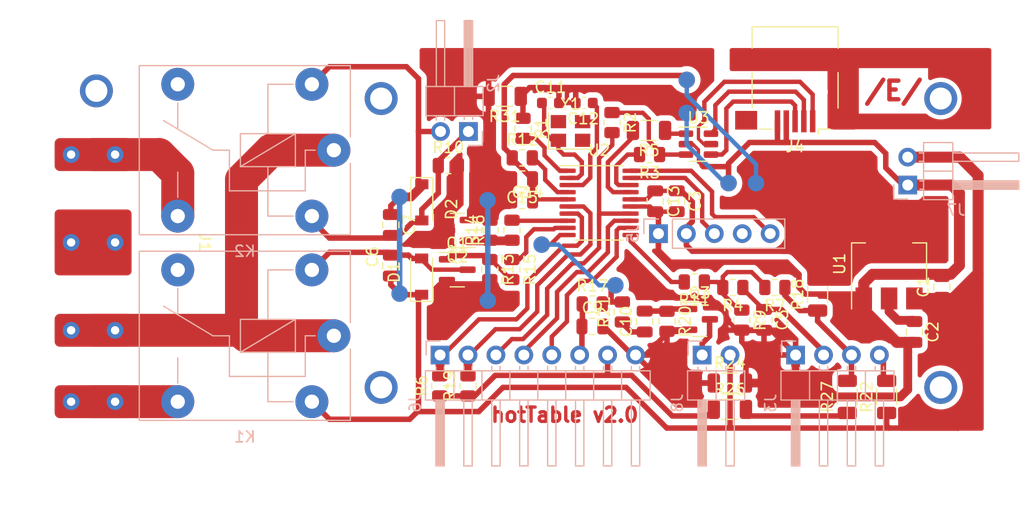
<source format=kicad_pcb>
(kicad_pcb (version 20211014) (generator pcbnew)
  (layers (0 "F.Cu" signal) (31 "B.Cu" signal) (34 "B.Paste" user) (35 "F.Paste" user) (36 "B.SilkS" user "B.Silkscreen") (37 "F.SilkS" user "F.Silkscreen") (38 "B.Mask" user) (39 "F.Mask" user) (44 "Edge.Cuts" user))
  (net 0 "")
  (net 1 "+12V")
  (net 2 "GNDD")
  (net 3 "+3V3")
  (net 4 "Net-(C5-Pad1)")
  (net 5 "Net-(C6-Pad2)")
  (net 6 "/FUN_EN_12V")
  (net 7 "/BUZZER")
  (net 8 "/LED_PROCESS")
  (net 9 "Net-(C10-Pad1)")
  (net 10 "Net-(C10-Pad2)")
  (net 11 "Net-(C11-Pad1)")
  (net 12 "Net-(C12-Pad1)")
  (net 13 "/220V_N")
  (net 14 "/220V_P")
  (net 15 "/HEATER_EN_220V")
  (net 16 "/FUN_EN_220V")
  (net 17 "/SWDIO")
  (net 18 "/RESET")
  (net 19 "/SWCLK")
  (net 20 "/OLED_SDA")
  (net 21 "/OLED_SCL")
  (net 24 "Net-(Q1-Pad1)")
  (net 25 "Net-(Q2-Pad1)")
  (net 26 "Net-(Q2-Pad3)")
  (net 27 "Net-(R1-Pad2)")
  (net 28 "/USB_DP")
  (net 29 "Net-(R11-Pad1)")
  (net 30 "/USB_DM")
  (net 31 "/T_CONTROL")
  (net 32 "/HEATER_EN")
  (net 33 "/FUN_EN")
  (net 34 "/LED_PROCESS{slash}BUZZER")
  (net 37 "Net-(R2-Pad1)")
  (net 38 "/USB_PUP{slash}ENC_ENTER")
  (net 39 "/USB_PUP{slash}BUTTON_ENTER{slash}ENC_ENTER")
  (net 40 "/BUTTON_UP_START{slash}ENC_UP")
  (net 41 "Net-(J4-Pad1)")
  (net 42 "Net-(J4-Pad2)")
  (net 43 "Net-(J4-Pad3)")
  (net 44 "Net-(R5-Pad1)")
  (net 46 "/BUTTON_DOWN_SELECT{slash}ENC_DOWN")
  (net 47 "GNDREF")
  (footprint "Resistor_SMD:R_0805_2012Metric" (layer "F.Cu") (at 148.3375 106.4)
    (fp_text reference "R12")
    (fp_text value "10k")
  )
  (footprint "Resistor_SMD:R_0805_2012Metric" (layer "F.Cu") (at 140.831402 127.159146 90)
    (fp_text reference "R6")
    (fp_text value "10k")
  )
  (footprint "Package_TO_SOT_SMD:SOT-23-6" (layer "F.Cu") (at 164.3625 105.15)
    (fp_text reference "U3")
    (fp_text value "USBLC6-2SC6")
  )
  (footprint "Resistor_SMD:R_0805_2012Metric" (layer "F.Cu") (at 145.4 112.9875 90)
    (fp_text reference "R14")
    (fp_text value "1k")
  )
  (footprint "Resistor_SMD:R_0805_2012Metric" (layer "F.Cu") (at 161.5 121.280082 -90)
    (fp_text reference "R20")
    (fp_text value "1k")
  )
  (footprint "Resistor_SMD:R_0805_2012Metric" (layer "F.Cu") (at 171.3125 118.2 180)
    (fp_text reference "R7")
    (fp_text value "10k")
  )
  (footprint "Capacitor_SMD:C_0805_2012Metric" (layer "F.Cu") (at 170.325 121.15 -90)
    (fp_text reference "C5")
    (fp_text value "100n")
  )
  (footprint "Resistor_SMD:R_0805_2012Metric" (layer "F.Cu") (at 143.4 127.160533 90)
    (fp_text reference "R19")
    (fp_text value "10k")
  )
  (footprint "Capacitor_SMD:C_0805_2012Metric" (layer "F.Cu") (at 148.321118 108.3288 180)
    (fp_text reference "C15")
    (fp_text value "1u")
  )
  (footprint "Resistor_SMD:R_0805_2012Metric" (layer "F.Cu") (at 163.9875 117.7 180)
    (fp_text reference "R11")
    (fp_text value "10k")
  )
  (footprint "Package_SO:TSSOP-20_4.4x6.5mm_P0.65mm" (layer "F.Cu") (at 155.325 110.5)
    (fp_text reference "U2")
    (fp_text value "STM32F070F6Px")
  )
  (footprint "Diode_SMD:D_SOD-123" (layer "F.Cu") (at 139.182821 117.207821 90)
    (fp_text reference "D1")
    (fp_text value "1N4448W")
  )
  (footprint "Package_TO_SOT_SMD:SOT-23" (layer "F.Cu") (at 142.439072 113.007821 180)
    (fp_text reference "Q2")
    (fp_text value "MMBT3904")
  )
  (footprint "Resistor_SMD:R_1206_3216Metric" (layer "F.Cu") (at 177.9 128.1625 90)
    (fp_text reference "R27")
    (fp_text value "0")
  )
  (footprint "Capacitor_SMD:C_0805_2012Metric" (layer "F.Cu") (at 160.425 110.35319 -90)
    (fp_text reference "C13")
    (fp_text value "4.7u")
  )
  (footprint "Capacitor_SMD:C_0805_2012Metric" (layer "F.Cu") (at 186.5 118.15 90)
    (fp_text reference "C1")
    (fp_text value "100n")
  )
  (footprint "Resistor_SMD:R_0805_2012Metric" (layer "F.Cu") (at 154.7 119.7)
    (fp_text reference "R17")
    (fp_text value "10k")
  )
  (footprint "Capacitor_SMD:C_0805_2012Metric" (layer "F.Cu") (at 136.382821 112.507821 -90)
    (fp_text reference "C7")
    (fp_text value "100n")
  )
  (footprint "Diode_SMD:D_SOD-123" (layer "F.Cu") (at 139.2 110.45 -90)
    (fp_text reference "D2")
    (fp_text value "1N4448W")
  )
  (footprint "Resistor_SMD:R_0805_2012Metric" (layer "F.Cu") (at 145.382821 116.570321 -90)
    (fp_text reference "R13")
    (fp_text value "1k")
  )
  (footprint "Resistor_SMD:R_0805_2012Metric" (layer "F.Cu") (at 168.30569 121.171483 -90)
    (fp_text reference "R9")
    (fp_text value "1k")
  )
  (footprint "Connector_USB:USB_Mini-B_Lumberg_2486_01_Horizontal" (layer "F.Cu") (at 173.15 100.375 180)
    (fp_text reference "J4")
    (fp_text value "USB_B_Mini")
  )
  (footprint "Resistor_SMD:R_0805_2012Metric" (layer "F.Cu") (at 147.382821 116.570321 -90)
    (fp_text reference "R15")
    (fp_text value "10k")
  )
  (footprint "Package_TO_SOT_SMD:SOT-223-3_TabPin2" (layer "F.Cu") (at 181.7 116.05 90)
    (fp_text reference "U1")
    (fp_text value "AMS1117-3.3")
  )
  (footprint "Capacitor_SMD:C_0805_2012Metric" (layer "F.Cu") (at 162.385743 110.35 -90)
    (fp_text reference "C3")
    (fp_text value "100n")
  )
  (footprint "Resistor_SMD:R_1206_3216Metric" (layer "F.Cu") (at 175.2 118.8375 90)
    (fp_text reference "R18")
    (fp_text value "0")
  )
  (footprint "Resistor_SMD:R_1206_3216Metric" (layer "F.Cu") (at 146.7375 100.8 180)
    (fp_text reference "R31")
    (fp_text value "0")
  )
  (footprint "Resistor_SMD:R_1206_3216Metric" (layer "F.Cu") (at 159.8625 103.9 180)
    (fp_text reference "R5")
    (fp_text value "10k")
  )
  (footprint "Crystal:Crystal_SMD_Abracon_ABM8G-4Pin_3.2x2.5mm" (layer "F.Cu") (at 152.725206 103.95)
    (fp_text reference "Y1")
    (fp_text value "Crystal_GND24")
  )
  (footprint "Capacitor_SMD:C_0805_2012Metric" (layer "F.Cu") (at 154.713478 121.748033)
    (fp_text reference "C9")
    (fp_text value "100n")
  )
  (footprint "Resistor_SMD:R_0805_2012Metric" (layer "F.Cu") (at 167.4875 118.2 180)
    (fp_text reference "R4")
    (fp_text value "10k")
  )
  (footprint "Capacitor_SMD:C_0805_2012Metric" (layer "F.Cu") (at 148.324605 110.288712 180)
    (fp_text reference "C14")
    (fp_text value "100n")
  )
  (footprint "Resistor_SMD:R_1206_3216Metric" (layer "F.Cu") (at 181.481018 128.1625 90)
    (fp_text reference "R22")
    (fp_text value "0")
  )
  (footprint "Package_TO_SOT_SMD:SOT-23" (layer "F.Cu") (at 164.4625 121.1)
    (fp_text reference "Q3")
    (fp_text value "MMBT3904")
  )
  (footprint "Resistor_SMD:R_0805_2012Metric" (layer "F.Cu") (at 156.5 103.1875 -90)
    (fp_text reference "R2")
    (fp_text value "10k")
  )
  (footprint "Capacitor_SMD:C_0805_2012Metric" (layer "F.Cu") (at 136.382821 116.207821 90)
    (fp_text reference "C6")
    (fp_text value "100n")
  )
  (footprint "Resistor_SMD:R_1206_3216Metric" (layer "F.Cu") (at 167.218518 129.3)
    (fp_text reference "R26")
    (fp_text value "0")
  )
  (footprint "Resistor_SMD:R_0805_2012Metric" (layer "F.Cu") (at 159.9125 106.1 180)
    (fp_text reference "R3")
    (fp_text value "10k")
  )
  (footprint "Resistor_SMD:R_0805_2012Metric" (layer "F.Cu") (at 148.4 103.7125 -90)
    (fp_text reference "R1")
    (fp_text value "10k")
  )
  (footprint "Resistor_SMD:R_1206_3216Metric" (layer "F.Cu") (at 167.218518 126.9)
    (fp_text reference "R24")
    (fp_text value "0")
  )
  (footprint "Capacitor_SMD:C_0805_2012Metric" (layer "F.Cu") (at 159.468208 121.3 90)
    (fp_text reference "C10")
    (fp_text value "100n")
  )
  (footprint "Capacitor_SMD:C_0805_2012Metric" (layer "F.Cu") (at 184 122.25 -90)
    (fp_text reference "C2")
    (fp_text value "100n")
  )
  (footprint "Capacitor_SMD:C_0603_1608Metric" (layer "F.Cu") (at 153.975 101.4 180)
    (fp_text reference "C12")
    (fp_text value "22p")
  )
  (footprint "myLibrary:my_4pin_220v_conn" (layer "F.Cu") (at 109.3 114.1 -90)
    (fp_text reference "J1")
    (fp_text value "HV_CONN")
  )
  (footprint "Resistor_SMD:R_0805_2012Metric" (layer "F.Cu") (at 157.441402 120.430776 90)
    (fp_text reference "R21")
    (fp_text value "10k")
  )
  (footprint "Resistor_SMD:R_0805_2012Metric" (layer "F.Cu") (at 147.4 112.9875 -90)
    (fp_text reference "R16")
    (fp_text value "10k")
  )
  (footprint "Package_TO_SOT_SMD:SOT-23" (layer "F.Cu") (at 142.420321 116.582821)
    (fp_text reference "Q1")
    (fp_text value "MMBT3904")
  )
  (footprint "Resistor_SMD:R_0805_2012Metric" (layer "F.Cu") (at 141.6125 107.1)
    (fp_text reference "R10")
    (fp_text value "1k")
  )
  (footprint "Capacitor_SMD:C_0603_1608Metric" (layer "F.Cu") (at 150.9 101.4)
    (fp_text reference "C11")
    (fp_text value "22p")
  )
  (footprint "Connector_PinHeader_2.54mm:PinHeader_1x02_P2.54mm_Horizontal" (layer "B.Cu") (at 143.44 104 90)
    (fp_text reference "J2")
    (fp_text value "FUN_12V_CONN")
  )
  (footprint "Connector_PinHeader_2.54mm:PinHeader_1x04_P2.54mm_Horizontal" (layer "B.Cu") (at 173.2 124.348033 -90)
    (fp_text reference "J3")
    (fp_text value "T_CONTROL_CONN")
  )
  (footprint "Connector_PinHeader_2.54mm:PinHeader_1x05_P2.54mm_Vertical" (layer "B.Cu") (at 160.725 113.3 -90)
    (fp_text reference "J5")
    (fp_text value "SWD_CONN")
  )
  (footprint "Connector_PinHeader_2.54mm:PinHeader_1x02_P2.54mm_Horizontal" (layer "B.Cu") (at 183.4 108.875)
    (fp_text reference "J7")
    (fp_text value "PSU_12V_CONN")
  )
  (footprint "Connector_PinHeader_2.54mm:PinHeader_1x02_P2.54mm_Horizontal" (layer "B.Cu") (at 164.7 124.348033 -90)
    (fp_text reference "J8")
    (fp_text value "BUZZER_CONN")
  )
  (footprint "Relay_THT:Relay_SPDT_Finder_36.11" (layer "B.Cu") (at 131.2 122.6 180)
    (fp_text reference "K1")
    (fp_text value "FINDER-36.11")
  )
  (footprint "Relay_THT:Relay_SPDT_Finder_36.11" (layer "B.Cu") (at 131.2 105.7 180)
    (fp_text reference "K2")
    (fp_text value "FINDER-36.11")
  )
  (footprint "Connector_PinHeader_2.54mm:PinHeader_1x08_P2.54mm_Horizontal" (layer "B.Cu") (at 140.86 124.348033 -90)
    (fp_text reference "J6")
    (fp_text value "HMI_CONN")
  )
  (gr_text "/E/" (at 182.1 100.3) (layer "F.Cu") (effects (font (size 1.7 1.7) (thickness 0.4))))
  (gr_text "hotTable v2.0" (at 152.2 129.8) (layer "F.Cu") (effects (font (size 1.3 1.3) (thickness 0.3))))
  (via (at 186.4 127.3) (size 3) (drill 2) (layers "F.Cu" "B.Cu") (net 0))
  (via (at 186.4 101) (size 3) (drill 2) (layers "F.Cu" "B.Cu") (net 0))
  (via (at 109.6 100.3) (size 3) (drill 2) (layers "F.Cu" "B.Cu") (net 0))
  (via (at 135.5 127.3) (size 3) (drill 2) (layers "F.Cu" "B.Cu") (net 0))
  (via (at 135.5 101) (size 3) (drill 2) (layers "F.Cu" "B.Cu") (net 0))
  (segment (start 189.8 108) (end 189.8 116.9) (width 1) (layer "F.Cu") (net 1))
  (segment (start 136.382821 111.557821) (end 136.382821 110.757821) (width 0.5) (layer "F.Cu") (net 1))
  (segment (start 139.182821 109) (end 138.225 109.957821) (width 0.8) (layer "F.Cu") (net 1))
  (segment (start 130.8 98.1) (end 129.2 99.7) (width 0.5) (layer "F.Cu") (net 1))
  (segment (start 181.181018 126.5) (end 181.481018 126.8) (width 0.5) (layer "F.Cu") (net 1))
  (segment (start 181.481018 130.781018) (end 181.7 131) (width 0.5) (layer "F.Cu") (net 1))
  (segment (start 181.481018 129.625) (end 181.481018 130.781018) (width 0.5) (layer "F.Cu") (net 1))
  (segment (start 189.8 129.2) (end 189.8 116.9) (width 0.5) (layer "F.Cu") (net 1))
  (segment (start 189.8 116.9) (end 187.5 119.2) (width 1) (layer "F.Cu") (net 1))
  (segment (start 138.1 130.2) (end 138.8 129.5) (width 0.5) (layer "F.Cu") (net 1))
  (segment (start 138.9 119.140642) (end 139.182821 118.857821) (width 0.5) (layer "F.Cu") (net 1))
  (segment (start 146.581018 127.3) (end 157.781018 127.3) (width 0.5) (layer "F.Cu") (net 1))
  (segment (start 181.181018 124.709051) (end 181.181018 126.5) (width 0.5) (layer "F.Cu") (net 1))
  (segment (start 138.8 129.5) (end 144.381018 129.5) (width 0.5) (layer "F.Cu") (net 1))
  (segment (start 137.8 98.1) (end 130.8 98.1) (width 0.5) (layer "F.Cu") (net 1))
  (segment (start 130.8 130.2) (end 138.1 130.2) (width 0.5) (layer "F.Cu") (net 1))
  (segment (start 140.9 104) (end 138.9 104) (width 0.5) (layer "F.Cu") (net 1))
  (segment (start 136.382821 117.157821) (end 136.382821 117.957821) (width 0.5) (layer "F.Cu") (net 1))
  (segment (start 138.9 108.717179) (end 138.9 104) (width 0.5) (layer "F.Cu") (net 1))
  (segment (start 138.9 104) (end 138.9 99.2) (width 0.5) (layer "F.Cu") (net 1))
  (segment (start 138.9 99.2) (end 137.8 98.1) (width 0.5) (layer "F.Cu") (net 1))
  (segment (start 157.781018 127.3) (end 161.481018 131) (width 0.5) (layer "F.Cu") (net 1))
  (segment (start 167.24 124.348033) (end 167.24 130.9) (width 0.5) (layer "F.Cu") (net 1))
  (segment (start 138.9 129.4) (end 138.9 119.140642) (width 0.5) (layer "F.Cu") (net 1))
  (segment (start 188 131) (end 189.8 129.2) (width 0.5) (layer "F.Cu") (net 1))
  (segment (start 136.382821 117.957821) (end 137.182821 118.757821) (width 0.5) (layer "F.Cu") (net 1))
  (segment (start 188.135 106.335) (end 189.8 108) (width 1) (layer "F.Cu") (net 1))
  (segment (start 183.4 106.335) (end 188.135 106.335) (width 1) (layer "F.Cu") (net 1))
  (segment (start 129.2 128.6) (end 130.8 130.2) (width 0.5) (layer "F.Cu") (net 1))
  (segment (start 187.5 119.2) (end 184 119.2) (width 1) (layer "F.Cu") (net 1))
  (segment (start 139.182821 109) (end 138.9 108.717179) (width 0.5) (layer "F.Cu") (net 1))
  (segment (start 138.8 129.5) (end 138.9 129.4) (width 0.5) (layer "F.Cu") (net 1))
  (segment (start 138.225 109.957821) (end 137.182821 109.957821) (width 0.8) (layer "F.Cu") (net 1))
  (segment (start 144.381018 129.5) (end 146.581018 127.3) (width 0.5) (layer "F.Cu") (net 1))
  (segment (start 161.481018 131) (end 188 131) (width 0.5) (layer "F.Cu") (net 1))
  (segment (start 136.382821 110.757821) (end 137.182821 109.957821) (width 0.5) (layer "F.Cu") (net 1))
  (segment (start 139.182821 118.857821) (end 137.282821 118.857821) (width 0.5) (layer "F.Cu") (net 1))
  (via (at 137.182821 109.957821) (size 1.5) (drill 0.01) (layers "F.Cu" "B.Cu") (net 1))
  (via (at 137.182821 118.757821) (size 1.5) (drill 0.01) (layers "F.Cu" "B.Cu") (net 1))
  (segment (start 137.182821 109.957821) (end 137.182821 118.757821) (width 0.5) (layer "B.Cu") (net 1))
  (segment (start 182.740359 128.159641) (end 173.959641 128.159641) (width 0.8) (layer "F.Cu") (net 2))
  (segment (start 147.371118 110.285225) (end 147.374605 110.288712) (width 0.5) (layer "F.Cu") (net 2))
  (segment (start 163.28718 101.48718) (end 161.8 100) (width 0.5) (layer "F.Cu") (net 2))
  (segment (start 164.8 107.2) (end 167.1 107.2) (width 0.5) (layer "F.Cu") (net 2))
  (segment (start 187.3 117) (end 188.1 116.2) (width 1) (layer "F.Cu") (net 2))
  (segment (start 164.361555 106.761555) (end 164.7 107.1) (width 0.3) (layer "F.Cu") (net 2))
  (segment (start 182.975 108.875) (end 181.4 107.3) (width 0.5) (layer "F.Cu") (net 2))
  (segment (start 183.4 127.5) (end 182.740359 128.159641) (width 0.8) (layer "F.Cu") (net 2))
  (segment (start 151.675 101.4) (end 152.4 101.4) (width 0.4) (layer "F.Cu") (net 2))
  (segment (start 172.4 115.9) (end 173.506932 117.006932) (width 0.5) (layer "F.Cu") (net 2))
  (segment (start 161.191967 126.9) (end 165.456018 126.9) (width 0.5) (layer "F.Cu") (net 2))
  (segment (start 143.376572 112.057821) (end 145.382821 112.057821) (width 0.5) (layer "F.Cu") (net 2))
  (segment (start 145.2 117.665642) (end 145.382821 117.482821) (width 0.5) (layer "F.Cu") (net 2))
  (segment (start 181.6 122.4) (end 182.4 123.2) (width 1) (layer "F.Cu") (net 2))
  (segment (start 168.821707 122.1) (end 171 122.1) (width 0.5) (layer "F.Cu") (net 2))
  (segment (start 167.844836 122.044836) (end 166.9 121.1) (width 0.4) (layer "F.Cu") (net 2))
  (segment (start 148.4 101) (end 148.2 100.8) (width 0.5) (layer "F.Cu") (net 2))
  (segment (start 166.9 120.5) (end 166.4 120) (width 0.4) (layer "F.Cu") (net 2))
  (segment (start 161.8 100) (end 149 100) (width 0.5) (layer "F.Cu") (net 2))
  (segment (start 147.0288 108.3288) (end 147.371118 108.3288) (width 0.5) (layer "F.Cu") (net 2))
  (segment (start 160.725 111.60319) (end 160.425 111.30319) (width 0.5) (layer "F.Cu") (net 2))
  (segment (start 184 123.2) (end 182.4 123.2) (width 1) (layer "F.Cu") (net 2))
  (segment (start 169 105) (end 167.1 106.9) (width 0.5) (layer "F.Cu") (net 2))
  (segment (start 180.2 117) (end 187.3 117) (width 1) (layer "F.Cu") (net 2))
  (segment (start 173.506932 118.206932) (end 174.1 118.8) (width 0.5) (layer "F.Cu") (net 2))
  (segment (start 183.4 108.875) (end 182.975 108.875) (width 0.5) (layer "F.Cu") (net 2))
  (segment (start 163.28718 102.31282) (end 163.28718 101.48718) (width 0.5) (layer "F.Cu") (net 2))
  (segment (start 147.374605 108.332287) (end 147.371118 108.3288) (width 0.4) (layer "F.Cu") (net 2))
  (segment (start 158.64 124.348033) (end 161.191967 126.9) (width 0.5) (layer "F.Cu") (net 2))
  (segment (start 160.725 113.3) (end 160.725 114.825) (width 0.5) (layer "F.Cu") (net 2))
  (segment (start 164.361555 105.661555) (end 164.361555 106.761555) (width 0.3) (layer "F.Cu") (net 2))
  (segment (start 173.2 126.7) (end 173.2 124.348033) (width 0.8) (layer "F.Cu") (net 2))
  (segment (start 160.725 113.3) (end 160.725 111.60319) (width 0.5) (layer "F.Cu") (net 2))
  (segment (start 141.382821 117.632821) (end 141.482821 117.532821) (width 0.5) (layer "F.Cu") (net 2))
  (segment (start 163.498365 122.058323) (end 161.634259 122.058323) (width 0.5) (layer "F.Cu") (net 2))
  (segment (start 145.2 119.4) (end 145.2 117.665642) (width 0.5) (layer "F.Cu") (net 2))
  (segment (start 173.2 124.3) (end 173.2 124.348033) (width 0.5) (layer "F.Cu") (net 2))
  (segment (start 147.343714 110.257821) (end 147.374605 110.288712) (width 0.5) (layer "F.Cu") (net 2))
  (segment (start 145.275 100.8) (end 145.275 106.575) (width 0.5) (layer "F.Cu") (net 2))
  (segment (start 145.4 112.075) (end 145.4 110.475) (width 0.5) (layer "F.Cu") (net 2))
  (segment (start 172.2 105) (end 171.7 105) (width 0.5) (layer "F.Cu") (net 2))
  (segment (start 165.3 120) (end 164.5 119.2) (width 0.4) (layer "F.Cu") (net 2))
  (segment (start 183.4 123.3) (end 183.4 127.5) (width 0.8) (layer "F.Cu") (net 2))
  (segment (start 152.4 101.4) (end 153.2 101.4) (width 0.4) (layer "F.Cu") (net 2))
  (segment (start 145.4 110.475) (end 145.182821 110.257821) (width 0.5) (layer "F.Cu") (net 2))
  (segment (start 158.350878 124.348033) (end 158.64 124.348033) (width 0.5) (layer "F.Cu") (net 2))
  (segment (start 187.375 108.875) (end 183.4 108.875) (width 1) (layer "F.Cu") (net 2))
  (segment (start 174.1 118.8) (end 179 118.8) (width 0.5) (layer "F.Cu") (net 2))
  (segment (start 173.2 127.4) (end 173.2 126.7) (width 0.8) (layer "F.Cu") (net 2))
  (segment (start 164.7 107.1) (end 164.8 107.2) (width 0.5) (layer "F.Cu") (net 2))
  (segment (start 148.4 102.8) (end 148.4 101) (width 0.5) (layer "F.Cu") (net 2))
  (segment (start 167.1 106.9) (end 167.1 107.2) (width 0.5) (layer "F.Cu") (net 2))
  (segment (start 161.5 122.192582) (end 161.5 122.4) (width 0.5) (layer "F.Cu") (net 2))
  (segment (start 163.225 105.15) (end 163.85 105.15) (width 0.3) (layer "F.Cu") (net 2))
  (segment (start 145.182821 110.257821) (end 147.343714 110.257821) (width 0.5) (layer "F.Cu") (net 2))
  (segment (start 173 126.9) (end 173.2 126.7) (width 0.8) (layer "F.Cu") (net 2))
  (segment (start 181.4 106) (end 180.4 105) (width 0.5) (layer "F.Cu") (net 2))
  (segment (start 161.5 122.4) (end 159.551967 124.348033) (width 0.5) (layer "F.Cu") (net 2))
  (segment (start 179.4 121.5) (end 180.3 122.4) (width 1) (layer "F.Cu") (net 2))
  (segment (start 161.8 115.9) (end 172.4 115.9) (width 0.5) (layer "F.Cu") (net 2))
  (segment (start 161.634259 122.058323) (end 161.5 122.192582) (width 0.5) (layer "F.Cu") (net 2))
  (segment (start 155.663478 121.748033) (end 155.750878 121.748033) (width 0.5) (layer "F.Cu") (net 2))
  (segment (start 172.35 103.075) (end 172.35 104.85) (width 0.5) (layer "F.Cu") (net 2))
  (segment (start 168.681018 126.9) (end 173 126.9) (width 0.8) (layer "F.Cu") (net 2))
  (segment (start 181.4 107.3) (end 181.4 106) (width 0.5) (layer "F.Cu") (net 2))
  (segment (start 159.94681 110.825) (end 160.425 111.30319) (width 0.4) (layer "F.Cu") (net 2))
  (segment (start 152.4 101.4) (end 152.4 100.1) (width 0.4) (layer "F.Cu") (net 2))
  (segment (start 179.4 119.2) (end 179.4 121.5) (width 1) (layer "F.Cu") (net 2))
  (segment (start 173.506932 117.006932) (end 173.506932 118.206932) (width 0.5) (layer "F.Cu") (net 2))
  (segment (start 167.1 107.2) (end 167.1 108.7) (width 0.5) (layer "F.Cu") (net 2))
  (segment (start 171 122.1) (end 173.2 124.3) (width 0.5) (layer "F.Cu") (net 2))
  (segment (start 145.275 106.575) (end 147.0288 108.3288) (width 0.5) (layer "F.Cu") (net 2))
  (segment (start 179 118.8) (end 179.4 119.2) (width 0.5) (layer "F.Cu") (net 2))
  (segment (start 141.882821 117.882821) (end 144.982821 117.882821) (width 0.5) (layer "F.Cu") (net 2))
  (segment (start 158.1875 110.825) (end 159.94681 110.825) (width 0.4) (layer "F.Cu") (net 2))
  (segment (start 149 100) (end 148.2 100.8) (width 0.5) (layer "F.Cu") (net 2))
  (segment (start 164.5 119.2) (end 163.2 119.2) (width 0.4) (layer "F.Cu") (net 2))
  (segment (start 179.4 119.2) (end 179.4 117.8) (width 1) (layer "F.Cu") (net 2))
  (segment (start 188.1 109.6) (end 187.375 108.875) (width 1) (layer "F.Cu") (net 2))
  (segment (start 179.4 117.8) (end 180.2 117) (width 1) (layer "F.Cu") (net 2))
  (segment (start 145.382821 112.057821) (end 145.4 112.075) (width 0.5) (layer "F.Cu") (net 2))
  (segment (start 171.55 104.85) (end 171.7 105) (width 0.5) (layer "F.Cu") (net 2))
  (segment (start 172.35 104.85) (end 172.2 105) (width 0.5) (layer "F.Cu") (net 2))
  (segment (start 163.85 105.15) (end 164.361555 105.661555) (width 0.3) (layer "F.Cu") (net 2))
  (segment (start 144.982821 117.882821) (end 145.382821 117.482821) (width 0.5) (layer "F.Cu") (net 2))
  (segment (start 183.2 123.1) (end 183.4 123.3) (width 0.8) (layer "F.Cu") (net 2))
  (segment (start 145.4 112.075) (end 145.4 111.740642) (width 0.4) (layer "F.Cu") (net 2))
  (segment (start 180.3 122.4) (end 181.6 122.4) (width 1) (layer "F.Cu") (net 2))
  (segment (start 141.532821 117.532821) (end 141.882821 117.882821) (width 0.5) (layer "F.Cu") (net 2))
  (segment (start 160.725 114.825) (end 161.8 115.9) (width 0.5) (layer "F.Cu") (net 2))
  (segment (start 171.7 105) (end 169 105) (width 0.5) (layer "F.Cu") (net 2))
  (segment (start 166.9 121.1) (end 166.9 120.5) (width 0.4) (layer "F.Cu") (net 2))
  (segment (start 188.1 116.2) (end 188.1 109.6) (width 1) (layer "F.Cu") (net 2))
  (segment (start 162.385743 111.3) (end 160.42819 111.3) (width 0.4) (layer "F.Cu") (net 2))
  (segment (start 147.371118 108.3288) (end 147.371118 110.285225) (width 0.5) (layer "F.Cu") (net 2))
  (segment (start 183.3 108.6) (end 183.4 108.5) (width 0.5) (layer "F.Cu") (net 2))
  (segment (start 141.482821 117.532821) (end 141.532821 117.532821) (width 0.5) (layer "F.Cu") (net 2))
  (segment (start 155.750878 121.748033) (end 158.350878 124.348033) (width 0.5) (layer "F.Cu") (net 2))
  (segment (start 166.4 120) (end 165.3 120) (width 0.4) (layer "F.Cu") (net 2))
  (segment (start 171.55 103.075) (end 171.55 104.85) (width 0.5) (layer "F.Cu") (net 2))
  (segment (start 173.959641 128.159641) (end 173.2 127.4) (width 0.8) (layer "F.Cu") (net 2))
  (segment (start 180.4 105) (end 172.2 105) (width 0.5) (layer "F.Cu") (net 2))
  (segment (start 155.663478 122.023454) (end 155.663478 121.748033) (width 0.5) (layer "F.Cu") (net 2))
  (via (at 145.182821 110.257821) (size 1.5) (drill 0.01) (layers "F.Cu" "B.Cu") (net 2))
  (via (at 145.2 119.4) (size 1.5) (drill 0.01) (layers "F.Cu" "B.Cu") (net 2))
  (via (at 163.28718 102.31282) (size 1.5) (drill 0.01) (layers "F.Cu" "B.Cu") (net 2))
  (via (at 167.1 108.7) (size 1.5) (drill 0.01) (layers "F.Cu" "B.Cu") (net 2))
  (segment (start 166.6 108.5) (end 163.28718 105.18718) (width 0.4) (layer "B.Cu") (net 2))
  (segment (start 145.2 119.4) (end 145.2 110.275) (width 0.5) (layer "B.Cu") (net 2))
  (segment (start 163.28718 105.18718) (end 163.28718 102.31282) (width 0.4) (layer "B.Cu") (net 2))
  (segment (start 145.2 110.275) (end 145.182821 110.257821) (width 0.5) (layer "B.Cu") (net 2))
  (segment (start 167.1 108.5) (end 166.6 108.5) (width 0.4) (layer "B.Cu") (net 2))
  (segment (start 162.382553 109.40319) (end 162.385743 109.4) (width 0.4) (layer "F.Cu") (net 3))
  (segment (start 143.4 128.073033) (end 144.007985 128.073033) (width 0.5) (layer "F.Cu") (net 3))
  (segment (start 145.781018 126.3) (end 145.881018 126.2) (width 0.5) (layer "F.Cu") (net 3))
  (segment (start 169.3 108.5) (end 169.6 108.5) (width 0.4) (layer "F.Cu") (net 3))
  (segment (start 172.225 118.2) (end 172.225 118.925) (width 0.5) (layer "F.Cu") (net 3))
  (segment (start 173.5 114.9) (end 163.8 114.9) (width 0.5) (layer "F.Cu") (net 3))
  (segment (start 180.275 112.9) (end 181.7 112.9) (width 0.5) (layer "F.Cu") (net 3))
  (segment (start 163.3 99.3) (end 163.066193 99.533807) (width 0.4) (layer "F.Cu") (net 3))
  (segment (start 146.7 99.7) (end 146.7 105.5) (width 0.5) (layer "F.Cu") (net 3))
  (segment (start 172.225 118.925) (end 173.6 120.3) (width 0.5) (layer "F.Cu") (net 3))
  (segment (start 183.895364 121.195364) (end 184 121.3) (width 0.8) (layer "F.Cu") (net 3))
  (segment (start 177.906018 129.9) (end 178.081018 129.725) (width 0.5) (layer "F.Cu") (net 3))
  (segment (start 159.65319 110.175) (end 160.425 109.40319) (width 0.4) (layer "F.Cu") (net 3))
  (segment (start 174.2 115.375) (end 173.725 114.9) (width 0.5) (layer "F.Cu") (net 3))
  (segment (start 165.156018 129.9) (end 165.756018 129.3) (width 0.5) (layer "F.Cu") (net 3))
  (segment (start 145.881018 126.2) (end 153.981018 126.2) (width 0.5) (layer "F.Cu") (net 3))
  (segment (start 162.385743 109.4) (end 162.625 109.4) (width 0.4) (layer "F.Cu") (net 3))
  (segment (start 149.274605 110.288712) (end 149.274605 110.400395) (width 0.4) (layer "F.Cu") (net 3))
  (segment (start 163.8 114.9) (end 163.265 114.365) (width 0.5) (layer "F.Cu") (net 3))
  (segment (start 147.425 106.4) (end 147.425 106.482682) (width 0.5) (layer "F.Cu") (net 3))
  (segment (start 168.681018 129.7) (end 168.881018 129.9) (width 0.5) (layer "F.Cu") (net 3))
  (segment (start 156.1 124.348033) (end 156.1 126.118982) (width 0.5) (layer "F.Cu") (net 3))
  (segment (start 181.7 119.2) (end 181.7 120.4) (width 0.8) (layer "F.Cu") (net 3))
  (segment (start 169.6 109.2) (end 173.4 113) (width 0.5) (layer "F.Cu") (net 3))
  (segment (start 175.2 117.375) (end 175.2 116.375) (width 0.5) (layer "F.Cu") (net 3))
  (segment (start 162.9 98.9) (end 147.5 98.9) (width 0.5) (layer "F.Cu") (net 3))
  (segment (start 168.881018 129.9) (end 177.906018 129.9) (width 0.5) (layer "F.Cu") (net 3))
  (segment (start 162.8 109.4) (end 162.385743 109.4) (width 0.5) (layer "F.Cu") (net 3))
  (segment (start 140.857981 128.073915) (end 143.399118 128.073915) (width 0.5) (layer "F.Cu") (net 3))
  (segment (start 147.2 106.4) (end 147.425 106.4) (width 0.4) (layer "F.Cu") (net 3))
  (segment (start 149.274605 108.332287) (end 149.271118 108.3288) (width 0.5) (layer "F.Cu") (net 3))
  (segment (start 163.3 99.3) (end 162.9 98.9) (width 0.5) (layer "F.Cu") (net 3))
  (segment (start 173.725 114.9) (end 173.5 114.9) (width 0.5) (layer "F.Cu") (net 3))
  (segment (start 163.8 112.2) (end 163.8 110.4) (width 0.5) (layer "F.Cu") (net 3))
  (segment (start 175.2 117.375) (end 179.675 112.9) (width 0.5) (layer "F.Cu") (net 3))
  (segment (start 161.981018 129.9) (end 165.156018 129.9) (width 0.5) (layer "F.Cu") (net 3))
  (segment (start 156.181018 126.2) (end 158.281018 126.2) (width 0.5) (layer "F.Cu") (net 3))
  (segment (start 163.265 112.735) (end 163.8 112.2) (width 0.5) (layer "F.Cu") (net 3))
  (segment (start 158.1875 110.175) (end 159.65319 110.175) (width 0.4) (layer "F.Cu") (net 3))
  (segment (start 152.4625 110.175) (end 149.588317 110.175) (width 0.4) (layer "F.Cu") (net 3))
  (segment (start 146.7 105.5) (end 147.425 106.225) (width 0.5) (layer "F.Cu") (net 3))
  (segment (start 144.007985 128.073033) (end 145.781018 126.3) (width 0.5) (layer "F.Cu") (net 3))
  (segment (start 173.4 114.8) (end 173.5 114.9) (width 0.5) (layer "F.Cu") (net 3))
  (segment (start 147.5 98.9) (end 146.7 99.7) (width 0.5) (layer "F.Cu") (net 3))
  (segment (start 149.388317 110.175) (end 149.274605 110.288712) (width 0.4) (layer "F.Cu") (net 3))
  (segment (start 160.425 109.40319) (end 162.382553 109.40319) (width 0.4) (layer "F.Cu") (net 3))
  (segment (start 149.271118 110.285225) (end 149.274605 110.288712) (width 0.4) (layer "F.Cu") (net 3))
  (segment (start 169.6 108.5) (end 169.6 109.2) (width 0.5) (layer "F.Cu") (net 3))
  (segment (start 182.495364 121.195364) (end 183.895364 121.195364) (width 0.8) (layer "F.Cu") (net 3))
  (segment (start 178.28 124.348033) (end 178.28 126.601018) (width 0.5) (layer "F.Cu") (net 3))
  (segment (start 163.265 113.3) (end 163.265 112.735) (width 0.5) (layer "F.Cu") (net 3))
  (segment (start 175.2 121.268033) (end 178.28 124.348033) (width 0.5) (layer "F.Cu") (net 3))
  (segment (start 143.399118 128.073915) (end 143.4 128.073033) (width 0.5) (layer "F.Cu") (net 3))
  (segment (start 149.274605 110.288712) (end 149.274605 108.332287) (width 0.5) (layer "F.Cu") (net 3))
  (segment (start 153.981018 126.2) (end 156.181018 126.2) (width 0.5) (layer "F.Cu") (net 3))
  (segment (start 179.675 112.9) (end 181.7 112.9) (width 0.5) (layer "F.Cu") (net 3))
  (segment (start 163.265 114.365) (end 163.265 113.3) (width 0.5) (layer "F.Cu") (net 3))
  (segment (start 173.6 120.3) (end 175.2 120.3) (width 0.5) (layer "F.Cu") (net 3))
  (segment (start 175.2 116.375) (end 174.2 115.375) (width 0.5) (layer "F.Cu") (net 3))
  (segment (start 147.425 106.225) (end 147.425 106.4) (width 0.5) (layer "F.Cu") (net 3))
  (segment (start 147.425 106.482682) (end 149.271118 108.3288) (width 0.5) (layer "F.Cu") (net 3))
  (segment (start 175.2 120.3) (end 175.2 121.268033) (width 0.5) (layer "F.Cu") (net 3))
  (segment (start 156.1 126.118982) (end 156.181018 126.2) (width 0.5) (layer "F.Cu") (net 3))
  (segment (start 173.4 113) (end 173.4 114.8) (width 0.5) (layer "F.Cu") (net 3))
  (segment (start 178.28 126.601018) (end 178.081018 126.8) (width 0.5) (layer "F.Cu") (net 3))
  (segment (start 158.281018 126.2) (end 161.981018 129.9) (width 0.5) (layer "F.Cu") (net 3))
  (segment (start 181.7 120.4) (end 182.495364 121.195364) (width 0.8) (layer "F.Cu") (net 3))
  (segment (start 163.8 110.4) (end 162.8 109.4) (width 0.5) (layer "F.Cu") (net 3))
  (via (at 169.6 108.7) (size 1.5) (drill 0.01) (layers "F.Cu" "B.Cu") (net 3))
  (via (at 163.3 99.3) (size 1.5) (drill 0.01) (layers "F.Cu" "B.Cu") (net 3))
  (segment (start 163.3 99.3) (end 163.3 100.7) (width 0.4) (layer "B.Cu") (net 3))
  (segment (start 169.6 107) (end 169.6 108.5) (width 0.4) (layer "B.Cu") (net 3))
  (segment (start 163.3 100.7) (end 169.6 107) (width 0.4) (layer "B.Cu") (net 3))
  (segment (start 168.4 118.313699) (end 168.4 118.2) (width 0.4) (layer "F.Cu") (net 4))
  (segment (start 175.74 124.348033) (end 175.74 124.04) (width 0.5) (layer "F.Cu") (net 4))
  (segment (start 171.9 120.2) (end 170.325 120.2) (width 0.5) (layer "F.Cu") (net 4))
  (segment (start 175.74 124.04) (end 171.9 120.2) (width 0.5) (layer "F.Cu") (net 4))
  (segment (start 170.286301 120.2) (end 168.4 118.313699) (width 0.4) (layer "F.Cu") (net 4))
  (segment (start 170.325 120.2) (end 170.286301 120.2) (width 0.4) (layer "F.Cu") (net 4))
  (segment (start 137.982821 115.257821) (end 136.382821 115.257821) (width 0.5) (layer "F.Cu") (net 5))
  (segment (start 140.105107 116.580107) (end 139.182821 115.657821) (width 0.4) (layer "F.Cu") (net 5))
  (segment (start 143.357821 116.582821) (end 143.355107 116.580107) (width 0.4) (layer "F.Cu") (net 5))
  (segment (start 130.8 115) (end 136.125 115) (width 0.5) (layer "F.Cu") (net 5))
  (segment (start 138.282821 115.557821) (end 137.982821 115.257821) (width 0.5) (layer "F.Cu") (net 5))
  (segment (start 143.355107 116.580107) (end 140.105107 116.580107) (width 0.4) (layer "F.Cu") (net 5))
  (segment (start 139.182821 115.557821) (end 138.282821 115.557821) (width 0.5) (layer "F.Cu") (net 5))
  (segment (start 129.2 116.6) (end 130.8 115) (width 0.5) (layer "F.Cu") (net 5))
  (segment (start 139.182821 115.657821) (end 139.182821 115.557821) (width 0.4) (layer "F.Cu") (net 5))
  (segment (start 136.125 115) (end 136.382821 115.257821) (width 0.5) (layer "F.Cu") (net 5))
  (segment (start 130.3 116.6) (end 129.2 116.6) (width 0.5) (layer "F.Cu") (net 5))
  (segment (start 140.7 109.6) (end 140.7 107.1) (width 0.5) (layer "F.Cu") (net 6))
  (segment (start 129.2 112.1) (end 129.2 111.7) (width 0.5) (layer "F.Cu") (net 6))
  (segment (start 136.382821 113.457821) (end 136.140642 113.7) (width 0.5) (layer "F.Cu") (net 6))
  (segment (start 140.7 106.7) (end 143.4 104) (width 0.5) (layer "F.Cu") (net 6))
  (segment (start 139.2 112.25) (end 139.2 111.1) (width 0.5) (layer "F.Cu") (net 6))
  (segment (start 136.382821 113.457821) (end 137.142179 113.457821) (width 0.5) (layer "F.Cu") (net 6))
  (segment (start 130.8 113.7) (end 129.2 112.1) (width 0.5) (layer "F.Cu") (net 6))
  (segment (start 137.142179 113.457821) (end 138.35 112.25) (width 0.5) (layer "F.Cu") (net 6))
  (segment (start 138.35 112.25) (end 139.2 112.25) (width 0.5) (layer "F.Cu") (net 6))
  (segment (start 143.4 104) (end 143.44 104) (width 0.5) (layer "F.Cu") (net 6))
  (segment (start 139.2 111.1) (end 140.7 109.6) (width 0.5) (layer "F.Cu") (net 6))
  (segment (start 130.2 112.3) (end 129.2 112.3) (width 0.5) (layer "F.Cu") (net 6))
  (segment (start 136.140642 113.7) (end 130.8 113.7) (width 0.5) (layer "F.Cu") (net 6))
  (segment (start 140.7 107.1) (end 140.7 106.7) (width 0.5) (layer "F.Cu") (net 6))
  (segment (start 165.373365 121.108323) (end 165.373365 122.626635) (width 0.5) (layer "F.Cu") (net 7))
  (segment (start 164.7 123.3) (end 164.7 124.348033) (width 0.5) (layer "F.Cu") (net 7))
  (segment (start 165.373365 122.626635) (end 164.7 123.3) (width 0.5) (layer "F.Cu") (net 7))
  (segment (start 153.763478 124.144555) (end 153.56 124.348033) (width 0.5) (layer "F.Cu") (net 8))
  (segment (start 153.763478 121.748033) (end 153.763478 124.144555) (width 0.5) (layer "F.Cu") (net 8))
  (segment (start 153.805044 121.706467) (end 153.763478 121.748033) (width 0.5) (layer "F.Cu") (net 8))
  (segment (start 153.805044 119.707468) (end 153.805044 121.706467) (width 0.5) (layer "F.Cu") (net 8))
  (segment (start 158.25 122.25) (end 159.468208 122.25) (width 0.5) (layer "F.Cu") (net 9))
  (segment (start 157.441402 121.441402) (end 158.25 122.25) (width 0.5) (layer "F.Cu") (net 9))
  (segment (start 157.441402 121.343276) (end 157.441402 121.441402) (width 0.5) (layer "F.Cu") (net 9))
  (segment (start 157.467418 121.448033) (end 157.388057 121.368672) (width 0.5) (layer "F.Cu") (net 9))
  (segment (start 157.497259 121.399133) (end 157.441402 121.343276) (width 0.5) (layer "F.Cu") (net 9))
  (segment (start 161.482418 120.35) (end 161.5 120.367582) (width 0.5) (layer "F.Cu") (net 10))
  (segment (start 161.709259 120.158323) (end 161.5 120.367582) (width 0.5) (layer "F.Cu") (net 10))
  (segment (start 163.498365 120.158323) (end 161.709259 120.158323) (width 0.5) (layer "F.Cu") (net 10))
  (segment (start 159.468208 120.35) (end 161.482418 120.35) (width 0.5) (layer "F.Cu") (net 10))
  (segment (start 153.754187 106.754187) (end 153.1 106.1) (width 0.4) (layer "F.Cu") (net 11))
  (segment (start 153.1 106.1) (end 152.1 106.1) (width 0.4) (layer "F.Cu") (net 11))
  (segment (start 150.325206 104.062603) (end 150.325206 101.789324) (width 0.4) (layer "F.Cu") (net 11))
  (segment (start 153.754187 107.870813) (end 153.754187 106.754187) (width 0.4) (layer "F.Cu") (net 11))
  (segment (start 151.325206 104.8) (end 151.062603 104.8) (width 0.4) (layer "F.Cu") (net 11))
  (segment (start 152.4625 108.225) (end 153.4 108.225) (width 0.4) (layer "F.Cu") (net 11))
  (segment (start 151.625206 105.625206) (end 151.625206 104.8) (width 0.4) (layer "F.Cu") (net 11))
  (segment (start 151.062603 104.8) (end 150.325206 104.062603) (width 0.4) (layer "F.Cu") (net 11))
  (segment (start 152.025206 105.2) (end 151.725206 105.2) (width 0.4) (layer "F.Cu") (net 11))
  (segment (start 153.4 108.225) (end 153.754187 107.870813) (width 0.4) (layer "F.Cu") (net 11))
  (segment (start 152.1 106.1) (end 151.625206 105.625206) (width 0.4) (layer "F.Cu") (net 11))
  (segment (start 155.125206 103.225206) (end 155.125206 101.775206) (width 0.4) (layer "F.Cu") (net 12))
  (segment (start 152.4625 108.875) (end 153.85 108.875) (width 0.4) (layer "F.Cu") (net 12))
  (segment (start 154.525 108.2) (end 154.525 106.1) (width 0.4) (layer "F.Cu") (net 12))
  (segment (start 155.125206 105.5) (end 155.125206 103.225206) (width 0.4) (layer "F.Cu") (net 12))
  (segment (start 153.825206 103.1) (end 155 103.1) (width 0.4) (layer "F.Cu") (net 12))
  (segment (start 153.85 108.875) (end 154.525 108.2) (width 0.4) (layer "F.Cu") (net 12))
  (segment (start 154.525 106.1) (end 155.125 105.5) (width 0.4) (layer "F.Cu") (net 12))
  (segment (start 155.125206 101.775206) (end 154.75 101.4) (width 0.4) (layer "F.Cu") (net 12))
  (segment (start 153.925206 103) (end 153.825206 103.1) (width 0.4) (layer "F.Cu") (net 12))
  (segment (start 155 103.1) (end 155.125206 103.225206) (width 0.4) (layer "F.Cu") (net 12))
  (segment (start 123.2 122.6) (end 131.2 122.6) (width 3) (layer "F.Cu") (net 14))
  (segment (start 109.3 122.1) (end 122.7 122.1) (width 3) (layer "F.Cu") (net 14))
  (segment (start 125.5 105.7) (end 131.2 105.7) (width 3) (layer "F.Cu") (net 14))
  (segment (start 122.7 122.1) (end 123.2 122.6) (width 3) (layer "F.Cu") (net 14))
  (segment (start 123.2 122.6) (end 122.8 122.2) (width 3) (layer "F.Cu") (net 14))
  (segment (start 122.8 108.4) (end 125.5 105.7) (width 3) (layer "F.Cu") (net 14))
  (segment (start 122.8 122.2) (end 122.8 108.4) (width 3) (layer "F.Cu") (net 14))
  (segment (start 117 128.6) (end 109.3 128.6) (width 3) (layer "F.Cu") (net 15))
  (segment (start 115.3 106.1) (end 117 107.8) (width 3) (layer "F.Cu") (net 16))
  (segment (start 109.3 106.1) (end 115.3 106.1) (width 3) (layer "F.Cu") (net 16))
  (segment (start 117 107.8) (end 117 111.7) (width 3) (layer "F.Cu") (net 16))
  (segment (start 164.7 112.195) (end 165.805 113.3) (width 0.4) (layer "F.Cu") (net 17))
  (segment (start 164.7 109.775) (end 164.7 112.195) (width 0.4) (layer "F.Cu") (net 17))
  (segment (start 158.1875 108.225) (end 163.15 108.225) (width 0.4) (layer "F.Cu") (net 17))
  (segment (start 163.15 108.225) (end 164.7 109.775) (width 0.4) (layer "F.Cu") (net 17))
  (segment (start 150.418249 108.393249) (end 150.418249 107.462602) (width 0.4) (layer "F.Cu") (net 18))
  (segment (start 151.55 109.525) (end 150.418249 108.393249) (width 0.4) (layer "F.Cu") (net 18))
  (segment (start 149.45 106.494353) (end 149.45 106.4) (width 0.4) (layer "F.Cu") (net 18))
  (segment (start 152.4625 109.525) (end 151.55 109.525) (width 0.4) (layer "F.Cu") (net 18))
  (segment (start 150.418249 107.462602) (end 149.45 106.494353) (width 0.4) (layer "F.Cu") (net 18))
  (segment (start 163.7 107.575) (end 165.6 109.475) (width 0.4) (layer "F.Cu") (net 19))
  (segment (start 165.9 111.8) (end 169.385 111.8) (width 0.4) (layer "F.Cu") (net 19))
  (segment (start 169.385 111.8) (end 170.885 113.3) (width 0.4) (layer "F.Cu") (net 19))
  (segment (start 165.6 109.475) (end 165.6 111.5) (width 0.4) (layer "F.Cu") (net 19))
  (segment (start 165.6 111.5) (end 165.9 111.8) (width 0.4) (layer "F.Cu") (net 19))
  (segment (start 158.1875 107.575) (end 163.7 107.575) (width 0.4) (layer "F.Cu") (net 19))
  (segment (start 153.75756 113.96744) (end 153.75756 111.83256) (width 0.4) (layer "F.Cu") (net 20))
  (segment (start 153.4 111.475) (end 152.4625 111.475) (width 0.4) (layer "F.Cu") (net 20))
  (segment (start 148.8 120.1) (end 148.8 117.7) (width 0.4) (layer "F.Cu") (net 20))
  (segment (start 147.8 121.1) (end 148.8 120.1) (width 0.4) (layer "F.Cu") (net 20))
  (segment (start 148.8 117.7) (end 152.1 114.4) (width 0.4) (layer "F.Cu") (net 20))
  (segment (start 153.325 114.4) (end 153.75756 113.96744) (width 0.4) (layer "F.Cu") (net 20))
  (segment (start 140.86 124.348033) (end 141.151967 124.348033) (width 0.4) (layer "F.Cu") (net 20))
  (segment (start 152.1 114.4) (end 153.325 114.4) (width 0.4) (layer "F.Cu") (net 20))
  (segment (start 144.4 121.1) (end 147.8 121.1) (width 0.4) (layer "F.Cu") (net 20))
  (segment (start 153.75756 111.83256) (end 153.4 111.475) (width 0.4) (layer "F.Cu") (net 20))
  (segment (start 141.151967 124.348033) (end 144.4 121.1) (width 0.4) (layer "F.Cu") (net 20))
  (segment (start 140.857981 126.248915) (end 140.857981 124.350052) (width 0.8) (layer "F.Cu") (net 20))
  (segment (start 154.535115 114.289885) (end 154.535115 111.454262) (width 0.4) (layer "F.Cu") (net 21))
  (segment (start 149.7 120.4) (end 149.7 118) (width 0.4) (layer "F.Cu") (net 21))
  (segment (start 153.625 115.2) (end 154.535115 114.289885) (width 0.4) (layer "F.Cu") (net 21))
  (segment (start 143.551967 124.348033) (end 145.9 122) (width 0.4) (layer "F.Cu") (net 21))
  (segment (start 143.4 124.348033) (end 143.551967 124.348033) (width 0.4) (layer "F.Cu") (net 21))
  (segment (start 143.4 126.248033) (end 143.4 124.348033) (width 0.8) (layer "F.Cu") (net 21))
  (segment (start 148.1 122) (end 149.7 120.4) (width 0.4) (layer "F.Cu") (net 21))
  (segment (start 153.905853 110.825) (end 152.4625 110.825) (width 0.4) (layer "F.Cu") (net 21))
  (segment (start 152.5 115.2) (end 153.625 115.2) (width 0.4) (layer "F.Cu") (net 21))
  (segment (start 145.9 122) (end 148.1 122) (width 0.4) (layer "F.Cu") (net 21))
  (segment (start 149.7 118) (end 152.5 115.2) (width 0.4) (layer "F.Cu") (net 21))
  (segment (start 154.535115 111.454262) (end 153.905853 110.825) (width 0.4) (layer "F.Cu") (net 21))
  (segment (start 145.382821 115.657821) (end 145.257821 115.657821) (width 0.5) (layer "F.Cu") (net 24))
  (segment (start 145.475023 115.657821) (end 147.300023 117.482821) (width 0.4) (layer "F.Cu") (net 24))
  (segment (start 144.9 115.3) (end 141.815642 115.3) (width 0.5) (layer "F.Cu") (net 24))
  (segment (start 141.815642 115.3) (end 141.482821 115.632821) (width 0.5) (layer "F.Cu") (net 24))
  (segment (start 147.300023 117.482821) (end 147.382821 117.482821) (width 0.4) (layer "F.Cu") (net 24))
  (segment (start 145.257821 115.657821) (end 144.9 115.3) (width 0.5) (layer "F.Cu") (net 24))
  (segment (start 145.382821 115.657821) (end 145.475023 115.657821) (width 0.4) (layer "F.Cu") (net 24))
  (segment (start 145.342179 113.957821) (end 145.4 113.9) (width 0.5) (layer "F.Cu") (net 25))
  (segment (start 143.376572 113.957821) (end 147.342179 113.957821) (width 0.8) (layer "F.Cu") (net 25))
  (segment (start 147.342179 113.957821) (end 147.4 113.9) (width 0.8) (layer "F.Cu") (net 25))
  (segment (start 142.8 110.6) (end 142.8 107.375) (width 0.4) (layer "F.Cu") (net 26))
  (segment (start 141.501572 111.898428) (end 142.8 110.6) (width 0.4) (layer "F.Cu") (net 26))
  (segment (start 141.501572 113.007821) (end 141.501572 111.898428) (width 0.4) (layer "F.Cu") (net 26))
  (segment (start 142.8 107.375) (end 142.525 107.1) (width 0.4) (layer "F.Cu") (net 26))
  (segment (start 150.364398 105.455839) (end 149.533559 104.625) (width 0.4) (layer "F.Cu") (net 27))
  (segment (start 150.364398 106.183621) (end 150.364398 105.455839) (width 0.4) (layer "F.Cu") (net 27))
  (segment (start 152.4625 107.575) (end 151.755777 107.575) (width 0.4) (layer "F.Cu") (net 27))
  (segment (start 151.755777 107.575) (end 150.364398 106.183621) (width 0.4) (layer "F.Cu") (net 27))
  (segment (start 149.533559 104.625) (end 148.4 104.625) (width 0.4) (layer "F.Cu") (net 27))
  (segment (start 156.887583 108.662583) (end 156.887583 107.137919) (width 0.4) (layer "F.Cu") (net 28))
  (segment (start 157.925502 106.1) (end 158 106.1) (width 0.4) (layer "F.Cu") (net 28))
  (segment (start 158.1875 108.875) (end 157.1 108.875) (width 0.4) (layer "F.Cu") (net 28))
  (segment (start 159 106.1) (end 158.025 106.1) (width 0.4) (layer "F.Cu") (net 28))
  (segment (start 156.887583 107.137919) (end 157.925502 106.1) (width 0.4) (layer "F.Cu") (net 28))
  (segment (start 157.1 108.875) (end 156.887583 108.662583) (width 0.4) (layer "F.Cu") (net 28))
  (segment (start 166.575 117.225) (end 166.575 118.2) (width 0.4) (layer "F.Cu") (net 29))
  (segment (start 166.075 117.7) (end 166.575 118.2) (width 0.4) (layer "F.Cu") (net 29))
  (segment (start 170.4 118) (end 169.2 116.8) (width 0.4) (layer "F.Cu") (net 29))
  (segment (start 168.058983 120.258983) (end 166.575 118.775) (width 0.4) (layer "F.Cu") (net 29))
  (segment (start 168.30569 120.258983) (end 168.058983 120.258983) (width 0.4) (layer "F.Cu") (net 29))
  (segment (start 166.575 118.775) (end 166.575 118.2) (width 0.4) (layer "F.Cu") (net 29))
  (segment (start 167 116.8) (end 166.575 117.225) (width 0.4) (layer "F.Cu") (net 29))
  (segment (start 169.2 116.8) (end 167 116.8) (width 0.4) (layer "F.Cu") (net 29))
  (segment (start 170.4 118.2) (end 170.4 118) (width 0.4) (layer "F.Cu") (net 29))
  (segment (start 164.9 117.7) (end 166.075 117.7) (width 0.4) (layer "F.Cu") (net 29))
  (segment (start 156.604355 109.525) (end 158.1875 109.525) (width 0.4) (layer "F.Cu") (net 30))
  (segment (start 158.375 104.539807) (end 156.125 106.789807) (width 0.4) (layer "F.Cu") (net 30))
  (segment (start 158.375 103.9) (end 158.375 104.539807) (width 0.4) (layer "F.Cu") (net 30))
  (segment (start 156.125 109.045645) (end 156.604355 109.525) (width 0.4) (layer "F.Cu") (net 30))
  (segment (start 156.125 106.789807) (end 156.125 109.045645) (width 0.4) (layer "F.Cu") (net 30))
  (segment (start 158.1875 113.425) (end 158.1875 113.9875) (width 0.4) (layer "F.Cu") (net 31))
  (segment (start 161.9 117.7) (end 163.075 117.7) (width 0.4) (layer "F.Cu") (net 31))
  (segment (start 158.1875 113.9875) (end 161.9 117.7) (width 0.4) (layer "F.Cu") (net 31))
  (segment (start 148.7 113.6) (end 149.4 112.9) (width 0.4) (layer "F.Cu") (net 32))
  (segment (start 152.4625 112.775) (end 151.325 112.775) (width 0.4) (layer "F.Cu") (net 32))
  (segment (start 148.042179 115.657821) (end 148.7 115) (width 0.4) (layer "F.Cu") (net 32))
  (segment (start 151.2 112.9) (end 149.4 112.9) (width 0.4) (layer "F.Cu") (net 32))
  (segment (start 148.7 115) (end 148.7 113.6) (width 0.4) (layer "F.Cu") (net 32))
  (segment (start 147.382821 115.657821) (end 148.042179 115.657821) (width 0.4) (layer "F.Cu") (net 32))
  (segment (start 151.325 112.775) (end 151.2 112.9) (width 0.4) (layer "F.Cu") (net 32))
  (segment (start 152.4625 112.125) (end 147.45 112.125) (width 0.4) (layer "F.Cu") (net 33))
  (segment (start 147.45 112.125) (end 147.4 112.075) (width 0.4) (layer "F.Cu") (net 33))
  (segment (start 150.1 114.3) (end 150.9 114.3) (width 0.4) (layer "F.Cu") (net 34))
  (segment (start 157.441402 119.518276) (end 157.441402 119.219688) (width 0.4) (layer "F.Cu") (net 34))
  (segment (start 155.819236 119.518276) (end 155.630044 119.707468) (width 0.5) (layer "F.Cu") (net 34))
  (segment (start 156.8 118) (end 156.418276 118.381724) (width 0.5) (layer "F.Cu") (net 34))
  (segment (start 157.441402 119.518276) (end 157.550799 119.518276) (width 0.4) (layer "F.Cu") (net 34))
  (segment (start 156.418276 118.381724) (end 156.418276 119.518276) (width 0.5) (layer "F.Cu") (net 34))
  (segment (start 157.550799 119.518276) (end 157.869075 119.2) (width 0.4) (layer "F.Cu") (net 34))
  (segment (start 150.9 114.3) (end 151.775 113.425) (width 0.4) (layer "F.Cu") (net 34))
  (segment (start 151.775 113.425) (end 152.4625 113.425) (width 0.4) (layer "F.Cu") (net 34))
  (segment (start 157.441402 119.518276) (end 156.418276 119.518276) (width 0.5) (layer "F.Cu") (net 34))
  (segment (start 156.418276 119.518276) (end 155.819236 119.518276) (width 0.5) (layer "F.Cu") (net 34))
  (via (at 156.8 118) (size 1.5) (drill 0.01) (layers "F.Cu" "B.Cu") (net 34))
  (via (at 150.1 114.3) (size 1.5) (drill 0.01) (layers "F.Cu" "B.Cu") (net 34))
  (segment (start 155.325 118) (end 156.8 118) (width 0.4) (layer "B.Cu") (net 34))
  (segment (start 150.1 114.3) (end 151.625 114.3) (width 0.4) (layer "B.Cu") (net 34))
  (segment (start 151.625 114.3) (end 155.325 118) (width 0.4) (layer "B.Cu") (net 34))
  (segment (start 160.825 106.1) (end 160.825 105.825) (width 0.4) (layer "F.Cu") (net 37))
  (segment (start 163.425 106.1) (end 160.825 106.1) (width 0.4) (layer "F.Cu") (net 37))
  (segment (start 156.528402 102.3) (end 156.527749 102.300653) (width 0.4) (layer "F.Cu") (net 37))
  (segment (start 160.825 105.825) (end 159.844573 104.844573) (width 0.4) (layer "F.Cu") (net 37))
  (segment (start 159.3 102.3) (end 156.528402 102.3) (width 0.4) (layer "F.Cu") (net 37))
  (segment (start 159.844573 104.844573) (end 159.844573 102.844573) (width 0.4) (layer "F.Cu") (net 37))
  (segment (start 159.844573 102.844573) (end 159.3 102.3) (width 0.4) (layer "F.Cu") (net 37))
  (segment (start 152.9 116) (end 153.925 116) (width 0.4) (layer "F.Cu") (net 39))
  (segment (start 156.527749 104.125653) (end 156.527749 105.236348) (width 0.4) (layer "F.Cu") (net 39))
  (segment (start 150.6 120.7) (end 150.6 118.3) (width 0.4) (layer "F.Cu") (net 39))
  (segment (start 156.527749 105.236348) (end 155.325 106.439097) (width 0.4) (layer "F.Cu") (net 39))
  (segment (start 148.4 122.9) (end 150.6 120.7) (width 0.4) (layer "F.Cu") (net 39))
  (segment (start 145.94 124.348033) (end 147.388033 122.9) (width 0.4) (layer "F.Cu") (net 39))
  (segment (start 153.925 116) (end 155.325 114.6) (width 0.4) (layer "F.Cu") (net 39))
  (segment (start 150.6 118.3) (end 152.9 116) (width 0.4) (layer "F.Cu") (net 39))
  (segment (start 147.388033 122.9) (end 148.4 122.9) (width 0.4) (layer "F.Cu") (net 39))
  (segment (start 155.325 114.6) (end 155.325 111.5) (width 0.4) (layer "F.Cu") (net 39))
  (segment (start 155.35 111.475) (end 158.1875 111.475) (width 0.4) (layer "F.Cu") (net 39))
  (segment (start 155.325 111.5) (end 155.35 111.475) (width 0.4) (layer "F.Cu") (net 39))
  (segment (start 155.325 106.439097) (end 155.325 112.5) (width 0.4) (layer "F.Cu") (net 39))
  (segment (start 148.48 124.02) (end 151.5 121) (width 0.4) (layer "F.Cu") (net 40))
  (segment (start 154.325 116.8) (end 156.125 115) (width 0.4) (layer "F.Cu") (net 40))
  (segment (start 156.125 115) (end 156.125 112.711424) (width 0.4) (layer "F.Cu") (net 40))
  (segment (start 151.5 121) (end 151.5 118.6) (width 0.4) (layer "F.Cu") (net 40))
  (segment (start 153.3 116.8) (end 154.325 116.8) (width 0.4) (layer "F.Cu") (net 40))
  (segment (start 156.125 112.711424) (end 156.711424 112.125) (width 0.4) (layer "F.Cu") (net 40))
  (segment (start 156.711424 112.125) (end 158.1875 112.125) (width 0.4) (layer "F.Cu") (net 40))
  (segment (start 148.48 124.348033) (end 148.48 124.02) (width 0.4) (layer "F.Cu") (net 40))
  (segment (start 151.5 118.6) (end 153.3 116.8) (width 0.4) (layer "F.Cu") (net 40))
  (segment (start 164.364098 104.664098) (end 164.364098 103.535902) (width 0.3) (layer "F.Cu") (net 41))
  (segment (start 165.5 105.15) (end 164.85 105.15) (width 0.3) (layer "F.Cu") (net 41))
  (segment (start 166.725 99.475) (end 164.9 101.3) (width 0.4) (layer "F.Cu") (net 41))
  (segment (start 174.75 103.075) (end 174.75 100.625) (width 0.4) (layer "F.Cu") (net 41))
  (segment (start 164.85 105.15) (end 164.364098 104.664098) (width 0.3) (layer "F.Cu") (net 41))
  (segment (start 164.364098 103.535902) (end 164.7 103.2) (width 0.3) (layer "F.Cu") (net 41))
  (segment (start 164.9 101.3) (end 164.9 103) (width 0.4) (layer "F.Cu") (net 41))
  (segment (start 164.9 103) (end 164.7 103.2) (width 0.4) (layer "F.Cu") (net 41))
  (segment (start 173.6 99.475) (end 166.725 99.475) (width 0.4) (layer "F.Cu") (net 41))
  (segment (start 174.75 100.625) (end 173.6 99.475) (width 0.4) (layer "F.Cu") (net 41))
  (segment (start 165.9 103.8) (end 165.5 104.2) (width 0.4) (layer "F.Cu") (net 42))
  (segment (start 167.125 100.375) (end 165.9 101.6) (width 0.4) (layer "F.Cu") (net 42))
  (segment (start 165.9 101.6) (end 165.9 103.8) (width 0.4) (layer "F.Cu") (net 42))
  (segment (start 173.95 103.075) (end 173.95 101.125) (width 0.4) (layer "F.Cu") (net 42))
  (segment (start 173.95 101.125) (end 173.2 100.375) (width 0.4) (layer "F.Cu") (net 42))
  (segment (start 173.2 100.375) (end 167.125 100.375) (width 0.4) (layer "F.Cu") (net 42))
  (segment (start 167.525 101.275) (end 166.9 101.9) (width 0.4) (layer "F.Cu") (net 43))
  (segment (start 173.15 103.075) (end 173.15 101.625) (width 0.4) (layer "F.Cu") (net 43))
  (segment (start 166.9 101.9) (end 166.9 105.7) (width 0.4) (layer "F.Cu") (net 43))
  (segment (start 166.9 105.7) (end 166.5 106.1) (width 0.4) (layer "F.Cu") (net 43))
  (segment (start 166.5 106.1) (end 165.5 106.1) (width 0.4) (layer "F.Cu") (net 43))
  (segment (start 173.15 101.625) (end 172.8 101.275) (width 0.4) (layer "F.Cu") (net 43))
  (segment (start 172.8 101.275) (end 167.525 101.275) (width 0.4) (layer "F.Cu") (net 43))
  (segment (start 161.6 104.2) (end 161.3 103.9) (width 0.4) (layer "F.Cu") (net 44))
  (segment (start 163.425 104.2) (end 161.6 104.2) (width 0.4) (layer "F.Cu") (net 44))
  (segment (start 156.925 115.4) (end 156.925 113) (width 0.4) (layer "F.Cu") (net 46))
  (segment (start 152.4 121.3) (end 152.4 118.9) (width 0.4) (layer "F.Cu") (net 46))
  (segment (start 154.725 117.6) (end 156.925 115.4) (width 0.4) (layer "F.Cu") (net 46))
  (segment (start 156.925 113) (end 157.15 112.775) (width 0.4) (layer "F.Cu") (net 46))
  (segment (start 152.4 118.9) (end 153.7 117.6) (width 0.4) (layer "F.Cu") (net 46))
  (segment (start 157.15 112.775) (end 158.1875 112.775) (width 0.4) (layer "F.Cu") (net 46))
  (segment (start 151.02 124.348033) (end 151.02 122.68) (width 0.4) (layer "F.Cu") (net 46))
  (segment (start 153.7 117.6) (end 154.725 117.6) (width 0.4) (layer "F.Cu") (net 46))
  (segment (start 151.02 122.68) (end 152.4 121.3) (width 0.4) (layer "F.Cu") (net 46))
  (zone (net 2) (net_name "GNDD") (layer "F.Cu") (connect_pads yes (clearance 0.5)) (min_thickness 0.4) (fill yes (thermal_gap 0.508) (thermal_bridge_width 0.508))
    (polygon (pts (xy 148.8 120.2) (xy 147.8 121.1) (xy 144.4 121.2) (xy 140.9 124.3) (xy 139 124.3) (xy 139 119.4) (xy 140.7 117.7) (xy 148.8 117.7)))
  )
  (zone (net 2) (net_name "GNDD") (layer "F.Cu") (connect_pads (clearance 0.5)) (min_thickness 0.4) (fill yes (thermal_gap 0.508) (thermal_bridge_width 0.508))
    (polygon (pts (xy 160.8 114.8) (xy 161.8 115.8) (xy 172.3 115.8) (xy 173.4 116.9) (xy 173.4 117.5) (xy 170 117.5) (xy 169.2 116.7) (xy 166.4 117.5) (xy 166.4 118.5) (xy 168.1 120.2) (xy 171.9 120.2) (xy 175.6 123.8) (xy 178.2 123.8) (xy 178.1 126.5) (xy 177.1 126.5) (xy 177.1 129.9) (xy 162 129.8) (xy 158.4 126.3) (xy 158.4 124.3) (xy 155.6 121.4) (xy 157.5 121.4) (xy 158.1 122.1) (xy 164.2 122.1) (xy 164.2 120) (xy 156.9 119.9) (xy 156.9 113.6) (xy 160.8 113.6)))
  )
  (zone (net 3) (net_name "+3V3") (layer "F.Cu") (connect_pads yes (clearance 0.5)) (min_thickness 0.4) (fill yes (thermal_gap 0.508) (thermal_bridge_width 0.508))
    (polygon (pts (xy 181.3 105.9) (xy 181.4 107.4) (xy 183.4 109) (xy 187.3 108.8) (xy 188.1 109.5) (xy 188.1 115.9) (xy 187.3 116.9) (xy 180.2 116.9) (xy 179.4 117.7) (xy 179.4 118.8) (xy 174.1 118.8) (xy 173.6 118.2) (xy 173.6 116.9) (xy 171.8 115.1) (xy 170.8 115.1) (xy 170.8 113.2) (xy 169.4 111.8) (xy 165.9 111.8) (xy 165.6 111.5) (xy 165.6 109.6) (xy 163.8 107.7) (xy 163.8 107.1) (xy 167 107.1) (xy 168.9 105) (xy 180.4 104.9)))
  )
  (zone (net 2) (net_name "GNDD") (layer "F.Cu") (connect_pads (clearance 0.5)) (min_thickness 0.4) (fill yes (thermal_gap 0.508) (thermal_bridge_width 0.508))
    (polygon (pts (xy 165.8 103) (xy 162.4 103) (xy 162.4 99.1) (xy 162.4 99) (xy 147.5 99) (xy 146.7 99.8) (xy 146.7 103.3) (xy 139 103.3) (xy 139 96.4) (xy 165.8 96.4)))
  )
  (zone (net 2) (net_name "GNDD") (layer "F.Cu") (connect_pads yes (clearance 0.5)) (min_thickness 0.4) (fill yes (thermal_gap 0.508) (thermal_bridge_width 0.508))
    (polygon (pts (xy 179.5 119.6) (xy 183.2 123.3) (xy 177.2 123.3) (xy 175.2 121.3) (xy 175.2 118.8375) (xy 179.5 118.8)))
  )
  (zone (net 26) (net_name "Net-(Q2-Pad3)") (layer "F.Cu") (connect_pads yes (clearance 0.5)) (min_thickness 0.4) (fill yes (thermal_gap 0.508) (thermal_bridge_width 0.508))
    (polygon (pts (xy 142.9 110.5) (xy 142.2 111.3) (xy 142.2 114.7) (xy 137.4 114.7) (xy 137.4 113.3) (xy 138.4 112.3) (xy 139.3 112.3) (xy 139.2 111.1) (xy 140.7 109.6) (xy 140.7 106.7) (xy 142.9 104.5)))
  )
  (zone (net 2) (net_name "GNDD") (layer "F.Cu") (connect_pads (clearance 0.5)) (min_thickness 0.4) (fill yes (thermal_gap 0.508) (thermal_bridge_width 0.508))
    (polygon (pts (xy 163.4 101.3) (xy 163.3 103) (xy 155.1 103) (xy 155.1 101.4) (xy 148.2 101.4) (xy 148.2 100) (xy 162.1 100)))
  )
  (zone (net 1) (net_name "+12V") (layer "F.Cu") (connect_pads yes (clearance 0.5)) (min_thickness 0.4) (fill yes (thermal_gap 0.508) (thermal_bridge_width 0.508))
    (polygon (pts (xy 190.310325 131.245521) (xy 182.529715 131.240569) (xy 182.516425 128.225028) (xy 183.5 127.3) (xy 183.5 123.2) (xy 184.7 123.1) (xy 184.7 118.9) (xy 187.7 118.9) (xy 190.3 116.5)))
  )
  (zone (net 2) (net_name "GNDD") (layer "F.Cu") (connect_pads yes (clearance 0.5)) (min_thickness 0.4) (fill yes (thermal_gap 0.508) (thermal_bridge_width 0.508))
    (polygon (pts (xy 147.4 112.1) (xy 143.3 112.1) (xy 143.3 103.1) (xy 147.4 103.1)))
  )
  (zone (net 47) (net_name "GNDREF") (layer "F.Cu") (connect_pads yes (clearance 0.1)) (min_thickness 0.4) (fill yes (thermal_gap 0.508) (thermal_bridge_width 0.508))
    (polygon (pts (xy 191 103.8) (xy 176.1 103.8) (xy 176.1 98.5) (xy 167.2 98.5) (xy 167.2 96.4) (xy 191 96.4)))
  )
)
</source>
